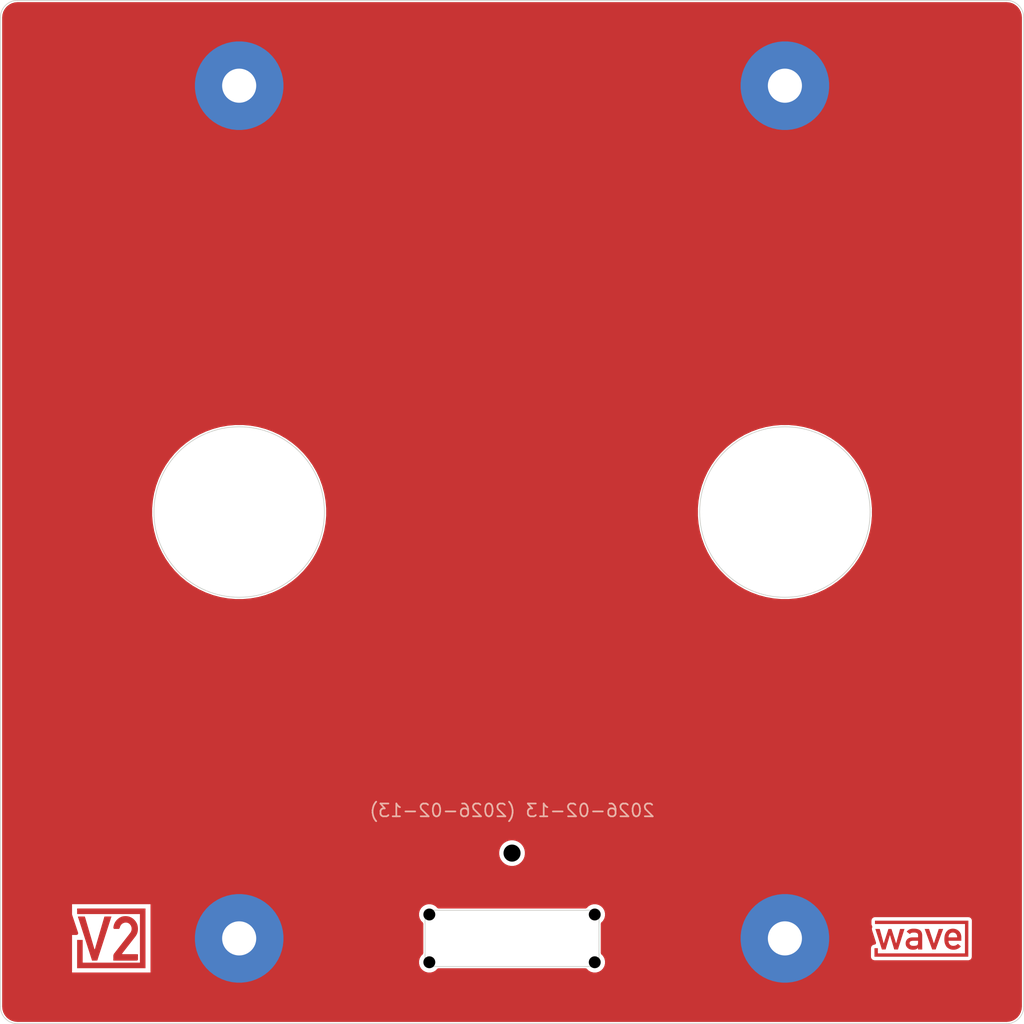
<source format=kicad_pcb>
(kicad_pcb (version 20241229) (generator "pcbnew") (generator_version "9.0")
  (title_block (date "2026-02-13") (rev "2026-02-13"))
  (layers (0 "F.Cu" signal "Front") (2 "B.Cu" signal "Back") (13 "F.Paste" user) (15 "B.Paste" user) (5 "F.SilkS" user "F.Silkscreen") (7 "B.SilkS" user "B.Silkscreen") (1 "F.Mask" user) (3 "B.Mask" user) (25 "Edge.Cuts" user))
  (property "Order-Number" "JLCJLCJLCJLC")
  (net 0 "")
  (net 1 "GND")
  (footprint "V2_Mechanical:MountingHole_2mm_Pad_5.2mm" (layer "F.Cu") (at 163 110)
    (property "Reference" "H101" (hide yes))
    (property "Value" "2mm_Pad_5.2mm" (hide yes))
    (pad "1" thru_hole custom (at 0 0) (size 5.2 5.2) (drill 2) (layers "*.Cu" "*.Mask") (net 1 "GND") (options (clearance outline) (anchor circle)) (primitives (gr_bbox (start -0.75 -0.75) (end 0.75 0.75) (fill no))))
  )
  (footprint "V2_Artwork:Board_wave_Small" (layer "F.Cu") (at 171 110)
    (property "Reference" "ICON101" (hide yes))
    (property "Value" "Board_wave" (hide yes))
    (fp_poly (pts (xy 0.736027 0.290506) (xy 0.740525 0.290506) (xy 1.0231 -0.554838) (xy 1.281333 -0.554838) (xy 0.838156 0.651927) (xy 0.638131 0.651927) (xy 0.195219 -0.554838) (xy 0.452129 -0.554838)) (fill yes) (layer "F.Cu"))
    (fp_poly (pts (xy 2.754533 1.077113) (xy -2.747477 1.077113) (xy -2.747477 0.574669) (xy -2.54904 0.574669) (xy -2.54904 0.878675) (xy 2.55636 0.878675) (xy 2.5598 -0.840588) (xy -2.719166 -0.840588) (xy -2.719166 -1.039025) (xy 2.758767 -1.039025)) (fill yes) (layer "F.Cu"))
    (fp_poly (pts (xy -2.207992 0.290506) (xy -2.203494 0.290506) (xy -1.929121 -0.554838) (xy -1.753437 -0.554838) (xy -1.479065 0.290506) (xy -1.474302 0.290506) (xy -1.244115 -0.554838) (xy -0.987204 -0.554838) (xy -1.372173 0.651927) (xy -1.587279 0.651927) (xy -1.839427 -0.193152) (xy -1.844189 -0.193152) (xy -2.096602 0.651927) (xy -2.310385 0.651927) (xy -2.696412 -0.554838) (xy -2.439502 -0.554838)) (fill yes) (layer "F.Cu"))
    (fp_poly (pts (xy 1.87314 -0.569109) (xy 1.898242 -0.567277) (xy 1.922846 -0.56442) (xy 1.946954 -0.560538) (xy 1.970564 -0.555632) (xy 1.993676 -0.549701) (xy 2.01629 -0.542745) (xy 2.038405 -0.534762) (xy 2.060021 -0.525753) (xy 2.081137 -0.515718) (xy 2.101753 -0.504655) (xy 2.121869 -0.492565) (xy 2.141484 -0.479447) (xy 2.160598 -0.465301) (xy 2.17921 -0.450127) (xy 2.197321 -0.433923) (xy 2.214966 -0.41651) (xy 2.231489 -0.398302) (xy 2.246891 -0.379299) (xy 2.261172 -0.359501) (xy 2.274332 -0.338905) (xy 2.286371 -0.317511) (xy 2.29729 -0.29532) (xy 2.307089 -0.272329) (xy 2.31577 -0.248538) (xy 2.323331 -0.223946) (xy 2.329773 -0.198553) (xy 2.335098 -0.172358) (xy 2.339305 -0.145359) (xy 2.342394 -0.117557) (xy 2.344367 -0.08895) (xy 2.345223 -0.059538) (xy 2.345223 0.140488) (xy 1.592747 0.140488) (xy 1.593075 0.158372) (xy 1.594061 0.175711) (xy 1.595703 0.192505) (xy 1.598001 0.208754) (xy 1.600955 0.224459) (xy 1.604564 0.239621) (xy 1.608829 0.254239) (xy 1.613748 0.268314) (xy 1.619321 0.281847) (xy 1.625548 0.294837) (xy 1.632429 0.307286) (xy 1.639962 0.319193) (xy 1.648148 0.330559) (xy 1.656987 0.341384) (xy 1.666478 0.351669) (xy 1.67662 0.361415) (xy 1.686535 0.370691) (xy 1.696835 0.379373) (xy 1.707518 0.387458) (xy 1.718585 0.394946) (xy 1.730035 0.401838) (xy 1.741867 0.408133) (xy 1.754081 0.413829) (xy 1.766677 0.418928) (xy 1.779655 0.423429) (xy 1.793013 0.42733) (xy 1.806752 0.430633) (xy 1.820871 0.433336) (xy 1.83537 0.435439) (xy 1.850249 0.436941) (xy 1.865506 0.437843) (xy 1.881143 0.438144) (xy 1.899476 0.437685) (xy 1.917568 0.436308) (xy 1.935417 0.434014) (xy 1.953022 0.430802) (xy 1.970385 0.426672) (xy 1.987504 0.421624) (xy 2.004378 0.415658) (xy 2.021008 0.408775) (xy 2.037393 0.400974) (xy 2.053532 0.392255) (xy 2.069426 0.382618) (xy 2.085074 0.372064) (xy 2.100475 0.360592) (xy 2.11563 0.348202) (xy 2.130537 0.334894) (xy 2.145196 0.320669) (xy 2.320615 0.470687) (xy 2.297246 0.494612) (xy 2.273374 0.516973) (xy 2.248998 0.537772) (xy 2.224117 0.557008) (xy 2.198731 0.574681) (xy 2.172838 0.590792) (xy 2.146439 0.60534) (xy 2.119532 0.618325) (xy 2.092116 0.629748) (xy 2.064192 0.639607) (xy 2.035757 0.647905) (xy 2.006811 0.654639) (xy 1.977354 0.659811) (xy 1.947384 0.66342) (xy 1.916902 0.665466) (xy 1.885905 0.66595) (xy 1.862155 0.665516) (xy 1.838536 0.664214) (xy 1.815054 0.662043) (xy 1.791713 0.659005) (xy 1.768522 0.655098) (xy 1.745486 0.650323) (xy 1.722611 0.64468) (xy 1.699903 0.638169) (xy 1.688542 0.634226) (xy 1.677277 0.629942) (xy 1.666105 0.625323) (xy 1.655023 0.620376) (xy 1.644028 0.615106) (xy 1.633116 0.609519) (xy 1.622286 0.603623) (xy 1.611532 0.597423) (xy 1.600221 0.591705) (xy 1.589109 0.585666) (xy 1.578195 0.579303) (xy 1.567479 0.572618) (xy 1.556962 0.565611) (xy 1.546644 0.558281) (xy 1.536523 0.550629) (xy 1.526601 0.542654) (xy 1.517095 0.534013) (xy 1.507823 0.524956) (xy 1.498786 0.515482) (xy 1.489981 0.505592) (xy 1.48141 0.495285) (xy 1.47307 0.48456) (xy 1.464961 0.473418) (xy 1.457082 0.461857) (xy 1.449433 0.449878) (xy 1.442012 0.43748) (xy 1.43482 0.424662) (xy 1.427854 0.411425) (xy 1.421115 0.397768) (xy 1.414601 0.38369) (xy 1.408312 0.369191) (xy 1.402247 0.354271) (xy 1.395904 0.339466) (xy 1.389969 0.32412) (xy 1.384444 0.308233) (xy 1.379328 0.291804) (xy 1.374621 0.274833) (xy 1.370324 0.257319) (xy 1.366436 0.23926) (xy 1.362957 0.220656) (xy 1.359887 0.201507) (xy 1.357227 0.181811) (xy 1.354976 0.161568) (xy 1.353134 0.140777) (xy 1.350678 0.097548) (xy 1.34986 0.052117) (xy 1.350037 0.029979) (xy 1.350567 0.008312) (xy 1.35145 -0.012884) (xy 1.352688 -0.033608) (xy 1.354278 -0.053861) (xy 1.354836 -0.059538) (xy 1.592748 -0.059538) (xy 2.10207 -0.059538) (xy 2.101218 -0.076879) (xy 2.09985 -0.093681) (xy 2.097967 -0.109944) (xy 2.095568 -0.125667) (xy 2.092652 -0.14085) (xy 2.08922 -0.155494) (xy 2.085271 -0.169599) (xy 2.080805 -0.183164) (xy 2.07582 -0.19619) (xy 2.070318 -0.208676) (xy 2.064297 -0.220622) (xy 2.057757 -0.232029) (xy 2.050698 -0.242897) (xy 2.043119 -0.253225) (xy 2.035019 -0.263013) (xy 2.0264 -0.272263) (xy 2.01756 -0.280578) (xy 2.008405 -0.28836) (xy 1.998935 -0.295608) (xy 1.989151 -0.302322) (xy 1.979054 -0.3085) (xy 1.968645 -0.314144) (xy 1.957924 -0.319251) (xy 1.946892 -0.323823) (xy 1.93555 -0.327859) (xy 1.923899 -0.331357) (xy 1.91194 -0.334318) (xy 1.899672 -0.336742) (xy 1.887098 -0.338628) (xy 1.874218 -0.339976) (xy 1.861032 -0.340784) (xy 1.847541 -0.341054) (xy 1.834007 -0.340784) (xy 1.820788 -0.339976) (xy 1.807884 -0.338628) (xy 1.795294 -0.336742) (xy 1.783017 -0.334318) (xy 1.771053 -0.331357) (xy 1.7594 -0.327859) (xy 1.748058 -0.323823) (xy 1.737026 -0.319251) (xy 1.726303 -0.314144) (xy 1.715889 -0.3085) (xy 1.705782 -0.302322) (xy 1.695983 -0.295608) (xy 1.68649 -0.28836) (xy 1.677302 -0.280578) (xy 1.668418 -0.272263) (xy 1.660078 -0.263013) (xy 1.652221 -0.253225) (xy 1.644846 -0.242897) (xy 1.637954 -0.232029) (xy 1.631545 -0.220622) (xy 1.625617 -0.208676) (xy 1.62017 -0.19619) (xy 1.615204 -0.183164) (xy 1.610719 -0.169599) (xy 1.606714 -0.155494) (xy 1.603189 -0.14085) (xy 1.600144 -0.125667) (xy 1.597577 -0.109944) (xy 1.595489 -0.093681) (xy 1.593879 -0.076879) (xy 1.592748 -0.059538) (xy 1.354836 -0.059538) (xy 1.356222 -0.073643) (xy 1.35852 -0.092954) (xy 1.361171 -0.111793) (xy 1.364175 -0.130161) (xy 1.367533 -0.148057) (xy 1.371245 -0.165482) (xy 1.375309 -0.182436) (xy 1.379728 -0.198919) (xy 1.3845 -0.214931) (xy 1.389625 -0.230471) (xy 1.395104 -0.24554) (xy 1.400905 -0.260469) (xy 1.406899 -0.274996) (xy 1.413087 -0.28912) (xy 1.41947 -0.302843) (xy 1.426048 -0.316163) (xy 1.432822 -0.329083) (xy 1.439793 -0.341602) (xy 1.446962 -0.353721) (xy 1.454329 -0.36544) (xy 1.461895 -0.376759) (xy 1.469662 -0.387679) (xy 1.477629 -0.3982) (xy 1.485798 -0.408323) (xy 1.494169 -0.418047) (xy 1.502743 -0.427374) (xy 1.51152 -0.436304) (xy 1.520571 -0.445026) (xy 1.529764 -0.453433) (xy 1.539098 -0.461526) (xy 1.548574 -0.469307) (xy 1.558191 -0.476775) (xy 1.567949 -0.483934) (xy 1.577847 -0.490783) (xy 1.587886 -0.497324) (xy 1.598063 -0.503558) (xy 1.60838 -0.509486) (xy 1.618835 -0.515109) (xy 1.629429 -0.520429) (xy 1.640161 -0.525447) (xy 1.651031 -0.530164) (xy 1.662037 -0.53458) (xy 1.673181 -0.538698) (xy 1.695182 -0.546041) (xy 1.706163 -0.549341) (xy 1.717131 -0.552394) (xy 1.728084 -0.555201) (xy 1.739023 -0.557762) (xy 1.749948 -0.560077) (xy 1.760857 -0.562147) (xy 1.771751 -0.563971) (xy 1.782629 -0.565552) (xy 1.793491 -0.566888) (xy 1.804336 -0.56798) (xy 1.815164 -0.568829) (xy 1.825974 -0.569435) (xy 1.836767 -0.569798) (xy 1.847541 -0.569919)) (fill yes) (layer "F.Cu"))
    (fp_poly (pts (xy -0.421981 -0.569863) (xy -0.394575 -0.5691) (xy -0.367884 -0.567629) (xy -0.341906 -0.56545) (xy -0.316643 -0.562562) (xy -0.292096 -0.558966) (xy -0.268264 -0.55466) (xy -0.245147 -0.549645) (xy -0.222747 -0.54392) (xy -0.201064 -0.537484) (xy -0.180097 -0.530338) (xy -0.159848 -0.52248) (xy -0.140317 -0.513911) (xy -0.121504 -0.504629) (xy -0.103409 -0.494636) (xy -0.086033 -0.483929) (xy -0.069585 -0.472107) (xy -0.054173 -0.459262) (xy -0.039798 -0.445394) (xy -0.026461 -0.430504) (xy -0.014162 -0.414593) (xy -0.002904 -0.39766) (xy 0.007315 -0.379707) (xy 0.016493 -0.360733) (xy 0.024629 -0.340739) (xy 0.031722 -0.319725) (xy 0.037772 -0.297692) (xy 0.042777 -0.27464) (xy 0.046738 -0.250569) (xy 0.049653 -0.22548) (xy 0.051522 -0.199374) (xy 0.052344 -0.17225) (xy 0.052344 0.651927) (xy -0.190808 0.651927) (xy -0.190808 0.545035) (xy -0.195306 0.545035) (xy -0.199669 0.552601) (xy -0.204323 0.559917) (xy -0.209268 0.566984) (xy -0.214505 0.5738) (xy -0.220034 0.580366) (xy -0.225853 0.586679) (xy -0.231965 0.59274) (xy -0.238367 0.598547) (xy -0.245061 0.6041) (xy -0.252047 0.609398) (xy -0.259324 0.614441) (xy -0.266893 0.619226) (xy -0.274753 0.623754) (xy -0.282904 0.628025) (xy -0.291347 0.632036) (xy -0.300081 0.635787) (xy -0.30902 0.63944) (xy -0.318375 0.642857) (xy -0.328145 0.646038) (xy -0.33833 0.648983) (xy -0.348931 0.651693) (xy -0.359947 0.654168) (xy -0.371379 0.656406) (xy -0.383227 0.658409) (xy -0.408168 0.661708) (xy -0.434771 0.664065) (xy -0.463036 0.665479) (xy -0.492963 0.66595) (xy -0.5179 0.665255) (xy -0.542113 0.663766) (xy -0.565598 0.661482) (xy -0.588357 0.658401) (xy -0.610389 0.654524) (xy -0.631694 0.649849) (xy -0.65227 0.644375) (xy -0.672119 0.638102) (xy -0.691238 0.63103) (xy -0.709629 0.623157) (xy -0.72729 0.614482) (xy -0.744222 0.605005) (xy -0.760423 0.594725) (xy -0.775894 0.583641) (xy -0.790633 0.571752) (xy -0.804642 0.559058) (xy -0.818579 0.546036) (xy -0.831617 0.532567) (xy -0.843756 0.518653) (xy -0.854995 0.504294) (xy -0.865336 0.489489) (xy -0.874777 0.47424) (xy -0.883319 0.458547) (xy -0.890962 0.44241) (xy -0.897706 0.42583) (xy -0.90355 0.408807) (xy -0.908496 0.391341) (xy -0.912542 0.373432) (xy -0.915689 0.355082) (xy -0.917937 0.336291) (xy -0.919286 0.317059) (xy -0.919735 0.297385) (xy -0.919494 0.285744) (xy -0.690871 0.285744) (xy -0.690657 0.293362) (xy -0.690015 0.300837) (xy -0.688945 0.30817) (xy -0.687448 0.31536) (xy -0.685522 0.322408) (xy -0.683169 0.329313) (xy -0.680388 0.336075) (xy -0.677179 0.342695) (xy -0.673542 0.349172) (xy -0.669477 0.355507) (xy -0.664984 0.361699) (xy -0.660063 0.367748) (xy -0.654715 0.373655) (xy -0.648938 0.379419) (xy -0.642734 0.38504) (xy -0.636102 0.390519) (xy -0.629287 0.396286) (xy -0.621938 0.401681) (xy -0.614055 0.406704) (xy -0.605638 0.411355) (xy -0.596685 0.415633) (xy -0.587198 0.41954) (xy -0.577175 0.423075) (xy -0.566616 0.426237) (xy -0.55552 0.429028) (xy -0.543888 0.431446) (xy -0.531719 0.433493) (xy -0.519012 0.435167) (xy -0.505767 0.436469) (xy -0.491983 0.437399) (xy -0.477661 0.437958) (xy -0.4628 0.438144) (xy -0.4441 0.43828) (xy -0.426101 0.438095) (xy -0.408803 0.437589) (xy -0.392206 0.436763) (xy -0.376309 0.435617) (xy -0.361113 0.434153) (xy -0.346618 0.432371) (xy -0.332823 0.430272) (xy -0.31973 0.427857) (xy -0.307337 0.425126) (xy -0.295644 0.422081) (xy -0.284653 0.418722) (xy -0.274362 0.415049) (xy -0.264772 0.411064) (xy -0.255882 0.406768) (xy -0.247694 0.40216) (xy -0.24082 0.396967) (xy -0.234386 0.391011) (xy -0.228394 0.384292) (xy -0.222843 0.37681) (xy -0.217735 0.368565) (xy -0.213068 0.359558) (xy -0.208844 0.349788) (xy -0.205063 0.339256) (xy -0.201725 0.32796) (xy -0.198831 0.315902) (xy -0.196381 0.303081) (xy -0.194376 0.289497) (xy -0.192816 0.275151) (xy -0.191701 0.260042) (xy -0.191031 0.24417) (xy -0.190808 0.227535) (xy -0.190808 0.140488) (xy -0.481585 0.140488) (xy -0.50719 0.141613) (xy -0.519365 0.142573) (xy -0.531121 0.143799) (xy -0.542459 0.145289) (xy -0.55338 0.147045) (xy -0.563882 0.149066) (xy -0.573966 0.151352) (xy -0.583633 0.153903) (xy -0.592881 0.156719) (xy -0.601713 0.1598) (xy -0.610126 0.163147) (xy -0.618122 0.166758) (xy -0.625701 0.170634) (xy -0.632863 0.174776) (xy -0.639608 0.179183) (xy -0.645935 0.183855) (xy -0.651846 0.188791) (xy -0.65734 0.193993) (xy -0.662417 0.199461) (xy -0.667077 0.205193) (xy -0.671321 0.21119) (xy -0.675148 0.217452) (xy -0.678559 0.22398) (xy -0.681554 0.230773) (xy -0.684133 0.23783) (xy -0.686295 0.245153) (xy -0.688042 0.252741) (xy -0.689373 0.260594) (xy -0.690288 0.268712) (xy -0.690787 0.277095) (xy -0.690871 0.285744) (xy -0.919494 0.285744) (xy -0.919345 0.27854) (xy -0.918173 0.260104) (xy -0.916219 0.242077) (xy -0.913485 0.22446) (xy -0.909969 0.207251) (xy -0.905671 0.190452) (xy -0.900592 0.174063) (xy -0.894732 0.158082) (xy -0.888091 0.142511) (xy -0.880668 0.127349) (xy -0.872464 0.112597) (xy -0.863478 0.098253) (xy -0.853712 0.084319) (xy -0.843163 0.070795) (xy -0.831834 0.057679) (xy -0.819723 0.044973) (xy -0.806859 0.032611) (xy -0.793269 0.021024) (xy -0.778953 0.010214) (xy -0.763912 0.00018) (xy -0.748146 -0.009078) (xy -0.731654 -0.017558) (xy -0.714436 -0.025261) (xy -0.696493 -0.032186) (xy -0.677825 -0.038333) (xy -0.658431 -0.043701) (xy -0.638311 -0.048291) (xy -0.617466 -0.0521) (xy -0.595895 -0.05513) (xy -0.573598 -0.05738) (xy -0.550577 -0.058849) (xy -0.526829 -0.059538) (xy -0.190808 -0.059538) (xy -0.190808 -0.186273) (xy -0.190906 -0.19606) (xy -0.191497 -0.205528) (xy -0.19258 -0.214676) (xy -0.194157 -0.223505) (xy -0.196226 -0.232014) (xy -0.198789 -0.240205) (xy -0.201845 -0.248075) (xy -0.205393 -0.255627) (xy -0.209435 -0.262859) (xy -0.21397 -0.269772) (xy -0.218997 -0.276365) (xy -0.224518 -0.282639) (xy -0.230531 -0.288594) (xy -0.237038 -0.294229) (xy -0.244038 -0.299545) (xy -0.25153 -0.304542) (xy -0.259516 -0.309219) (xy -0.267994 -0.313577) (xy -0.28643 -0.321335) (xy -0.306838 -0.327815) (xy -0.329219 -0.333018) (xy -0.353571 -0.336943) (xy -0.379895 -0.339591) (xy -0.40819 -0.340961) (xy -0.438458 -0.341054) (xy -0.460496 -0.340757) (xy -0.481358 -0.339868) (xy -0.491346 -0.339202) (xy -0.501036 -0.338389) (xy -0.510428 -0.33743) (xy -0.51952 -0.336325) (xy -0.528312 -0.335074) (xy -0.536801 -0.333677) (xy -0.544988 -0.332136) (xy -0.55287 -0.33045) (xy -0.560447 -0.32862) (xy -0.567717 -0.326646) (xy -0.57468 -0.324529) (xy -0.581333 -0.322269) (xy -0.588089 -0.319419) (xy -0.594665 -0.316329) (xy -0.601061 -0.312997) (xy -0.607275 -0.309424) (xy -0.613308 -0.305611) (xy -0.619159 -0.301558) (xy -0.624828 -0.297266) (xy -0.630314 -0.292735) (xy -0.635618 -0.287965) (xy -0.640738 -0.282956) (xy -0.645675 -0.277709) (xy -0.650427 -0.272225) (xy -0.654995 -0.266504) (xy -0.659378 -0.260546) (xy -0.663575 -0.254351) (xy -0.667587 -0.247921) (xy -0.858088 -0.393177) (xy -0.840309 -0.415123) (xy -0.821501 -0.435618) (xy -0.801663 -0.45466) (xy -0.780796 -0.47225) (xy -0.7589 -0.488388) (xy -0.735974 -0.503073) (xy -0.712019 -0.516304) (xy -0.687035 -0.528082) (xy -0.661021 -0.538405) (xy -0.633977 -0.547274) (xy -0.605905 -0.554688) (xy -0.576803 -0.560646) (xy -0.546671 -0.565149) (xy -0.51551 -0.568195) (xy -0.48332 -0.569786) (xy -0.4501 -0.569919)) (fill yes) (layer "F.Cu"))
    (zone (net 0) (net_name "") (layer "F.Cu") (connect_pads (clearance 0)) (min_thickness 0.254)
      (keepout (tracks not_allowed) (vias not_allowed) (pads not_allowed) (copperpour not_allowed) (footprints not_allowed))
      (fill (thermal_gap 0.508) (thermal_bridge_width 0.508))
      (polygon (pts (xy 173.851053 111.165267) (xy 168.151053 111.165267) (xy 168.15 110.45) (xy 168.4 110.45) (xy 168.15 109.45) (xy 168.150634 108.862093) (xy 173.850634 108.863968)))
    )
  )
  (footprint "V2_Mechanical:MountingHole_10mm" (layer "F.Cu") (at 131 85)
    (property "Reference" "H108" (hide yes))
    (property "Value" "10mm" (hide yes))
    (fp_circle (center 0 0) (end 5 0) (stroke (width 0.05)) (fill no) (layer "Edge.Cuts"))
  )
  (footprint "V2_Artwork:Logo_Small" (layer "F.Cu") (at 123.5 110)
    (property "Reference" "ICON102" (hide yes))
    (property "Value" "V2-logo" (hide yes))
    (fp_poly (pts (xy 2.006758 1.750057) (xy -2.003742 1.750057) (xy -2.003742 0.089057) (xy -1.676242 0.089057) (xy -1.676242 1.422557) (xy 1.679258 1.422557) (xy 1.679258 -1.424943) (xy -2.003742 -1.424943) (xy -2.003742 -1.752443) (xy 2.006758 -1.752443)) (fill yes) (layer "F.Cu"))
    (fp_poly (pts (xy -1.520919 -1.190765) (xy -0.987877 0.632379) (xy -0.96229 0.63477) (xy -0.429473 -1.187605) (xy -0.397658 -1.28383) (xy -0.093581 -1.28383) (xy 0.011405 -1.282303) (xy -0.821464 1.300873) (xy -0.922973 1.304044) (xy -1.126979 1.304044) (xy -1.959811 -1.279026) (xy -1.859182 -1.28383) (xy -1.55515 -1.28383)) (fill yes) (layer "F.Cu"))
    (fp_poly (pts (xy 0.959179 -1.296323) (xy 1.057102 -1.27333) (xy 1.15069 -1.236367) (xy 1.237701 -1.18584) (xy 1.316459 -1.12329) (xy 1.386544 -1.051192) (xy 1.4473 -0.971068) (xy 1.496526 -0.883341) (xy 1.532676 -0.789459) (xy 1.555226 -0.691443) (xy 1.564714 -0.591354) (xy 1.562302 -0.490861) (xy 1.547686 -0.391375) (xy 1.519699 -0.294757) (xy 1.477977 -0.203204) (xy 1.423428 -0.118825) (xy 0.62811 0.902367) (xy 0.666211 0.926016) (xy 1.464718 0.926016) (xy 1.565211 0.930611) (xy 1.565211 1.236646) (xy 1.526846 1.304028) (xy 0.119258 1.304044) (xy 0.119258 0.998218) (xy 0.152529 0.907926) (xy 1.075862 -0.274673) (xy 1.135011 -0.354575) (xy 1.177602 -0.443372) (xy 1.194922 -0.540328) (xy 1.188525 -0.63852) (xy 1.156173 -0.731429) (xy 1.102154 -0.813814) (xy 1.029408 -0.879553) (xy 0.93915 -0.917434) (xy 0.841313 -0.926822) (xy 0.744269 -0.911115) (xy 0.655699 -0.868697) (xy 0.582012 -0.803671) (xy 0.529159 -0.720807) (xy 0.499075 -0.625849) (xy 0.458111 -0.553721) (xy 0.151905 -0.553721) (xy 0.122138 -0.626978) (xy 0.136522 -0.727544) (xy 0.163539 -0.824426) (xy 0.203793 -0.916615) (xy 0.256664 -1.002191) (xy 0.320597 -1.07979) (xy 0.393413 -1.149125) (xy 0.474729 -1.208346) (xy 0.563921 -1.254958) (xy 0.65936 -1.286951) (xy 0.758577 -1.303726) (xy 0.859118 -1.306199)) (fill yes) (layer "F.Cu"))
    (zone (net 0) (net_name "") (layer "F.Cu") (connect_pads (clearance 0)) (min_thickness 0.254)
      (keepout (tracks not_allowed) (vias not_allowed) (pads not_allowed) (copperpour not_allowed) (footprints allowed))
      (fill (thermal_gap 0.508) (thermal_bridge_width 0.508))
      (polygon (pts (xy 121.2 112) (xy 125.8 112) (xy 125.8 107.995) (xy 121.2 107.995) (xy 121.2 108.6) (xy 121.6 109.8) (xy 121.2 109.8)))
    )
  )
  (footprint "V2_Mechanical:MountingHole_2mm_Pad_5.2mm" (layer "F.Cu") (at 131 110)
    (property "Reference" "H104" (hide yes))
    (property "Value" "2mm_Pad_5.2mm" (hide yes))
    (pad "1" thru_hole custom (at 0 0) (size 5.2 5.2) (drill 2) (layers "*.Cu" "*.Mask") (net 1 "GND") (options (clearance outline) (anchor circle)) (primitives (gr_bbox (start -0.75 -0.75) (end 0.75 0.75) (fill no))))
  )
  (footprint "V2_Mechanical:MountingHole_1mm" (layer "F.Cu") (at 147 105)
    (property "Reference" "H105" (hide yes))
    (property "Value" "1mm" (hide yes))
    (pad "" np_thru_hole circle (at 0 0) (size 1 1) (drill 1) (layers "*.Mask"))
  )
  (footprint "V2_Mechanical:MountingHole_10mm" (layer "F.Cu") (at 163 85)
    (property "Reference" "H109" (hide yes))
    (property "Value" "10mm" (hide yes))
    (fp_circle (center 0 0) (end 5 0) (stroke (width 0.05)) (fill no) (layer "Edge.Cuts"))
  )
  (footprint "V2_PCB_Devices:PCB_Button-top" (layer "F.Cu") (at 147 110 90)
    (property "Reference" "SWT101" (hide yes))
    (property "Value" "Button-top" (hide yes))
    (fp_line (start 1.65 -5.1) (end 1.65 5.1) (stroke (width 0.05)) (layer "Edge.Cuts"))
    (fp_line (start -1.65 -5.1) (end 1.65 -5.1) (stroke (width 0.05)) (layer "Edge.Cuts"))
    (fp_line (start 1.65 5.1) (end -1.65 5.1) (stroke (width 0.05)) (layer "Edge.Cuts"))
    (fp_line (start -1.65 5.1) (end -1.65 -5.1) (stroke (width 0.05)) (layer "Edge.Cuts"))
    (pad "" np_thru_hole circle (at -1.4 -4.85 90) (size 0.7 0.7) (drill 0.7) (layers "*.Mask"))
    (pad "" np_thru_hole circle (at -1.4 4.85 90) (size 0.7 0.7) (drill 0.7) (layers "*.Mask"))
    (pad "" np_thru_hole circle (at 1.4 -4.85 90) (size 0.7 0.7) (drill 0.7) (layers "*.Mask"))
    (pad "" np_thru_hole circle (at 1.4 4.85 90) (size 0.7 0.7) (drill 0.7) (layers "*.Mask"))
  )
  (footprint "V2_Mechanical:MountingHole_2mm_Pad_5.2mm" (layer "F.Cu") (at 163 60)
    (property "Reference" "H102" (hide yes))
    (property "Value" "2mm_Pad_5.2mm" (hide yes))
    (pad "1" thru_hole custom (at 0 0) (size 5.2 5.2) (drill 2) (layers "*.Cu" "*.Mask") (net 1 "GND") (options (clearance outline) (anchor circle)) (primitives (gr_bbox (start -0.75 -0.75) (end 0.75 0.75) (fill no))))
  )
  (footprint "V2_Mechanical:MountingHole_2mm_Pad_5.2mm" (layer "F.Cu") (at 131 60)
    (property "Reference" "H103" (hide yes))
    (property "Value" "2mm_Pad_5.2mm" (hide yes))
    (pad "1" thru_hole custom (at 0 0) (size 5.2 5.2) (drill 2) (layers "*.Cu" "*.Mask") (net 1 "GND") (options (clearance outline) (anchor circle)) (primitives (gr_bbox (start -0.75 -0.75) (end 0.75 0.75) (fill no))))
  )
  (footprint "V2_Production:Revision" (layer "B.Cu") (at 147 102.5 180)
    (property "Reference" "INFO101" (hide yes))
    (property "Value" "~" (hide yes))
    (fp_text user "${REVISION} (${ISSUE_DATE})" (at 0 0 0) (layer "B.SilkS") (effects (font (size 0.75 0.75) (thickness 0.1)) (justify mirror)))
  )
  (gr_line (start 117 56) (end 117 114) (stroke (width 0.05)) (layer "Edge.Cuts"))
  (gr_arc (start 117 56) (mid 117.292893 55.292893) (end 118 55) (stroke (width 0.05)) (layer "Edge.Cuts"))
  (gr_line (start 118 55) (end 176 55) (stroke (width 0.05)) (layer "Edge.Cuts"))
  (gr_arc (start 118 115) (mid 117.292893 114.707107) (end 117 114) (stroke (width 0.05)) (layer "Edge.Cuts"))
  (gr_line (start 118 115) (end 176 115) (stroke (width 0.05)) (layer "Edge.Cuts"))
  (gr_arc (start 176 55) (mid 176.707107 55.292893) (end 177 56) (stroke (width 0.05)) (layer "Edge.Cuts"))
  (gr_line (start 177 56) (end 177 114) (stroke (width 0.05)) (layer "Edge.Cuts"))
  (gr_arc (start 177 114) (mid 176.707107 114.707107) (end 176 115) (stroke (width 0.05)) (layer "Edge.Cuts"))
  (zone (net 1) (net_name "GND") (layer "F.Cu") (priority 1) (connect_pads yes (clearance 0.2)) (min_thickness 0.2) (fill yes (thermal_gap 0.508) (thermal_bridge_width 0.508))
    (polygon (pts (xy 177.005454 115) (xy 117 115) (xy 117 55) (xy 177.005454 55)))
  )
)
</source>
